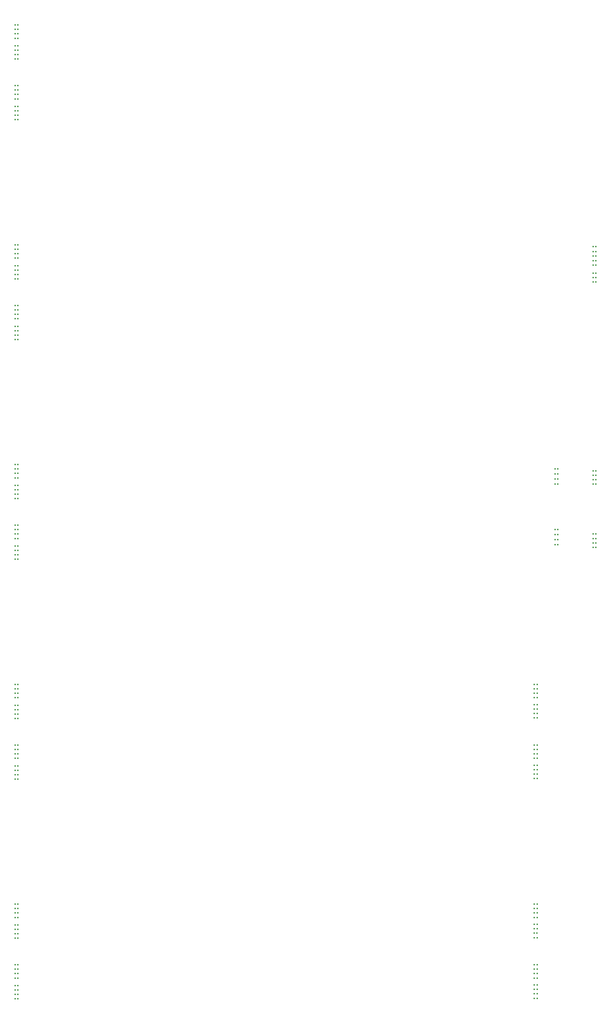
<source format=gbr>
%TF.GenerationSoftware,KiCad,Pcbnew,6.0.10-86aedd382b~118~ubuntu20.04.1*%
%TF.CreationDate,2022-12-19T16:27:45+01:00*%
%TF.ProjectId,px16_regfile,70783136-5f72-4656-9766-696c652e6b69,2*%
%TF.SameCoordinates,Original*%
%TF.FileFunction,Paste,Bot*%
%TF.FilePolarity,Positive*%
%FSLAX46Y46*%
G04 Gerber Fmt 4.6, Leading zero omitted, Abs format (unit mm)*
G04 Created by KiCad (PCBNEW 6.0.10-86aedd382b~118~ubuntu20.04.1) date 2022-12-19 16:27:45*
%MOMM*%
%LPD*%
G01*
G04 APERTURE LIST*
G04 Aperture macros list*
%AMRoundRect*
0 Rectangle with rounded corners*
0 $1 Rounding radius*
0 $2 $3 $4 $5 $6 $7 $8 $9 X,Y pos of 4 corners*
0 Add a 4 corners polygon primitive as box body*
4,1,4,$2,$3,$4,$5,$6,$7,$8,$9,$2,$3,0*
0 Add four circle primitives for the rounded corners*
1,1,$1+$1,$2,$3*
1,1,$1+$1,$4,$5*
1,1,$1+$1,$6,$7*
1,1,$1+$1,$8,$9*
0 Add four rect primitives between the rounded corners*
20,1,$1+$1,$2,$3,$4,$5,0*
20,1,$1+$1,$4,$5,$6,$7,0*
20,1,$1+$1,$6,$7,$8,$9,0*
20,1,$1+$1,$8,$9,$2,$3,0*%
G04 Aperture macros list end*
%ADD10RoundRect,0.079500X-0.079500X-0.100500X0.079500X-0.100500X0.079500X0.100500X-0.079500X0.100500X0*%
%ADD11RoundRect,0.079500X0.079500X0.100500X-0.079500X0.100500X-0.079500X-0.100500X0.079500X-0.100500X0*%
G04 APERTURE END LIST*
D10*
%TO.C,C60*%
X86386250Y-266700000D03*
X85696250Y-266700000D03*
%TD*%
%TO.C,C4*%
X85697500Y-85725000D03*
X86387500Y-85725000D03*
%TD*%
D11*
%TO.C,C113*%
X216880000Y-299243750D03*
X216190000Y-299243750D03*
%TD*%
%TO.C,C124*%
X216190000Y-321786250D03*
X216880000Y-321786250D03*
%TD*%
D10*
%TO.C,C52*%
X86386250Y-251460000D03*
X85696250Y-251460000D03*
%TD*%
%TO.C,C68*%
X85695000Y-306705000D03*
X86385000Y-306705000D03*
%TD*%
D11*
%TO.C,C134*%
X230953750Y-141763750D03*
X231643750Y-141763750D03*
%TD*%
D10*
%TO.C,C49*%
X86386250Y-245110000D03*
X85696250Y-245110000D03*
%TD*%
%TO.C,C72*%
X86385000Y-299243750D03*
X85695000Y-299243750D03*
%TD*%
D11*
%TO.C,C85*%
X221428750Y-189865000D03*
X222118750Y-189865000D03*
%TD*%
D10*
%TO.C,C8*%
X85697500Y-78263750D03*
X86387500Y-78263750D03*
%TD*%
%TO.C,C41*%
X85697500Y-205105000D03*
X86387500Y-205105000D03*
%TD*%
D11*
%TO.C,C110*%
X216190000Y-265430000D03*
X216880000Y-265430000D03*
%TD*%
%TO.C,C103*%
X216190000Y-247332500D03*
X216880000Y-247332500D03*
%TD*%
D10*
%TO.C,C7*%
X86387500Y-80486250D03*
X85697500Y-80486250D03*
%TD*%
%TO.C,C50*%
X85696250Y-247332500D03*
X86386250Y-247332500D03*
%TD*%
%TO.C,C57*%
X85696250Y-260350000D03*
X86386250Y-260350000D03*
%TD*%
D11*
%TO.C,C90*%
X231643750Y-207327500D03*
X230953750Y-207327500D03*
%TD*%
D10*
%TO.C,C80*%
X85695000Y-314483750D03*
X86385000Y-314483750D03*
%TD*%
%TO.C,C25*%
X85697500Y-149860000D03*
X86387500Y-149860000D03*
%TD*%
D11*
%TO.C,C121*%
X216880000Y-314483750D03*
X216190000Y-314483750D03*
%TD*%
%TO.C,C86*%
X222121250Y-191135000D03*
X221431250Y-191135000D03*
%TD*%
%TO.C,C132*%
X230953750Y-140652500D03*
X231643750Y-140652500D03*
%TD*%
%TO.C,C133*%
X230953750Y-142875000D03*
X231643750Y-142875000D03*
%TD*%
D10*
%TO.C,C29*%
X86387500Y-157321250D03*
X85697500Y-157321250D03*
%TD*%
%TO.C,C59*%
X86386250Y-264477500D03*
X85696250Y-264477500D03*
%TD*%
D11*
%TO.C,C119*%
X216880000Y-302577500D03*
X216190000Y-302577500D03*
%TD*%
D10*
%TO.C,C18*%
X85697500Y-136842500D03*
X86387500Y-136842500D03*
%TD*%
D11*
%TO.C,C101*%
X216880000Y-252412500D03*
X216190000Y-252412500D03*
%TD*%
D10*
%TO.C,C9*%
X86387500Y-94615000D03*
X85697500Y-94615000D03*
%TD*%
D11*
%TO.C,C100*%
X216190000Y-251301250D03*
X216880000Y-251301250D03*
%TD*%
D10*
%TO.C,C34*%
X86387500Y-192087500D03*
X85697500Y-192087500D03*
%TD*%
%TO.C,C31*%
X86387500Y-150971250D03*
X85697500Y-150971250D03*
%TD*%
D11*
%TO.C,C106*%
X216190000Y-261461250D03*
X216880000Y-261461250D03*
%TD*%
%TO.C,C81*%
X230953750Y-190341250D03*
X231643750Y-190341250D03*
%TD*%
%TO.C,C107*%
X216882500Y-264318750D03*
X216192500Y-264318750D03*
%TD*%
D10*
%TO.C,C30*%
X86387500Y-155098750D03*
X85697500Y-155098750D03*
%TD*%
%TO.C,C27*%
X85697500Y-153987500D03*
X86387500Y-153987500D03*
%TD*%
%TO.C,C67*%
X86385000Y-304482500D03*
X85695000Y-304482500D03*
%TD*%
%TO.C,C65*%
X85695000Y-300355000D03*
X86385000Y-300355000D03*
%TD*%
%TO.C,C15*%
X86387500Y-95726250D03*
X85697500Y-95726250D03*
%TD*%
%TO.C,C2*%
X85695000Y-81597500D03*
X86385000Y-81597500D03*
%TD*%
D11*
%TO.C,C108*%
X216880000Y-266541250D03*
X216190000Y-266541250D03*
%TD*%
D10*
%TO.C,C45*%
X86387500Y-212566250D03*
X85697500Y-212566250D03*
%TD*%
D11*
%TO.C,C120*%
X216880000Y-300355000D03*
X216190000Y-300355000D03*
%TD*%
%TO.C,C82*%
X230956250Y-191452500D03*
X231646250Y-191452500D03*
%TD*%
D10*
%TO.C,C95*%
X221428750Y-207645000D03*
X222118750Y-207645000D03*
%TD*%
%TO.C,C20*%
X85697500Y-140970000D03*
X86387500Y-140970000D03*
%TD*%
%TO.C,C76*%
X85695000Y-321945000D03*
X86385000Y-321945000D03*
%TD*%
%TO.C,C37*%
X85697500Y-197326250D03*
X86387500Y-197326250D03*
%TD*%
%TO.C,C36*%
X86387500Y-196215000D03*
X85697500Y-196215000D03*
%TD*%
%TO.C,C5*%
X86387500Y-86836250D03*
X85697500Y-86836250D03*
%TD*%
D11*
%TO.C,C129*%
X230953750Y-133985000D03*
X231643750Y-133985000D03*
%TD*%
D10*
%TO.C,C19*%
X86387500Y-138747500D03*
X85697500Y-138747500D03*
%TD*%
D11*
%TO.C,C136*%
X231643750Y-136366250D03*
X230953750Y-136366250D03*
%TD*%
%TO.C,C89*%
X231643750Y-206216250D03*
X230953750Y-206216250D03*
%TD*%
%TO.C,C126*%
X216190000Y-320675000D03*
X216880000Y-320675000D03*
%TD*%
%TO.C,C123*%
X216190000Y-319563750D03*
X216880000Y-319563750D03*
%TD*%
%TO.C,C118*%
X216880000Y-305435000D03*
X216190000Y-305435000D03*
%TD*%
%TO.C,C109*%
X216882500Y-267652500D03*
X216192500Y-267652500D03*
%TD*%
%TO.C,C84*%
X230953750Y-193675000D03*
X231643750Y-193675000D03*
%TD*%
%TO.C,C111*%
X216880000Y-262572500D03*
X216190000Y-262572500D03*
%TD*%
%TO.C,C99*%
X216190000Y-249078750D03*
X216880000Y-249078750D03*
%TD*%
%TO.C,C130*%
X231643750Y-135255000D03*
X230953750Y-135255000D03*
%TD*%
D10*
%TO.C,C54*%
X86386250Y-250348750D03*
X85696250Y-250348750D03*
%TD*%
%TO.C,C1*%
X85697500Y-79375000D03*
X86387500Y-79375000D03*
%TD*%
D11*
%TO.C,C91*%
X230953750Y-208438750D03*
X231643750Y-208438750D03*
%TD*%
D10*
%TO.C,C17*%
X85697500Y-134620000D03*
X86387500Y-134620000D03*
%TD*%
%TO.C,C48*%
X86387500Y-203993750D03*
X85697500Y-203993750D03*
%TD*%
D11*
%TO.C,C93*%
X221426250Y-205105000D03*
X222116250Y-205105000D03*
%TD*%
D10*
%TO.C,C73*%
X86385000Y-315595000D03*
X85695000Y-315595000D03*
%TD*%
%TO.C,C46*%
X86387500Y-210343750D03*
X85697500Y-210343750D03*
%TD*%
D11*
%TO.C,C112*%
X216190000Y-260350000D03*
X216880000Y-260350000D03*
%TD*%
D10*
%TO.C,C44*%
X86387500Y-211455000D03*
X85697500Y-211455000D03*
%TD*%
%TO.C,C39*%
X86387500Y-190976250D03*
X85697500Y-190976250D03*
%TD*%
D11*
%TO.C,C114*%
X216190000Y-301466250D03*
X216880000Y-301466250D03*
%TD*%
D10*
%TO.C,C33*%
X86387500Y-189865000D03*
X85697500Y-189865000D03*
%TD*%
D11*
%TO.C,C94*%
X222118750Y-206375000D03*
X221428750Y-206375000D03*
%TD*%
D10*
%TO.C,C56*%
X85696250Y-243998750D03*
X86386250Y-243998750D03*
%TD*%
D11*
%TO.C,C98*%
X216190000Y-246221250D03*
X216880000Y-246221250D03*
%TD*%
%TO.C,C117*%
X216190000Y-307657500D03*
X216880000Y-307657500D03*
%TD*%
%TO.C,C83*%
X231643750Y-192563750D03*
X230953750Y-192563750D03*
%TD*%
D10*
%TO.C,C78*%
X85695000Y-320833750D03*
X86385000Y-320833750D03*
%TD*%
D11*
%TO.C,C127*%
X216882500Y-317817500D03*
X216192500Y-317817500D03*
%TD*%
D10*
%TO.C,C14*%
X86387500Y-99853750D03*
X85697500Y-99853750D03*
%TD*%
D11*
%TO.C,C92*%
X231643750Y-209550000D03*
X230953750Y-209550000D03*
%TD*%
D10*
%TO.C,C32*%
X86387500Y-148748750D03*
X85697500Y-148748750D03*
%TD*%
%TO.C,C24*%
X86387500Y-133508750D03*
X85697500Y-133508750D03*
%TD*%
%TO.C,C10*%
X85697500Y-96837500D03*
X86387500Y-96837500D03*
%TD*%
%TO.C,C42*%
X86387500Y-207327500D03*
X85697500Y-207327500D03*
%TD*%
D11*
%TO.C,C104*%
X216880000Y-245110000D03*
X216190000Y-245110000D03*
%TD*%
D10*
%TO.C,C70*%
X86385000Y-305593750D03*
X85695000Y-305593750D03*
%TD*%
%TO.C,C22*%
X86387500Y-139858750D03*
X85697500Y-139858750D03*
%TD*%
D11*
%TO.C,C135*%
X230953750Y-138588750D03*
X231643750Y-138588750D03*
%TD*%
D10*
%TO.C,C28*%
X85697500Y-156210000D03*
X86387500Y-156210000D03*
%TD*%
D11*
%TO.C,C122*%
X216880000Y-316706250D03*
X216190000Y-316706250D03*
%TD*%
%TO.C,C125*%
X216880000Y-322897500D03*
X216190000Y-322897500D03*
%TD*%
D10*
%TO.C,C13*%
X85697500Y-102076250D03*
X86387500Y-102076250D03*
%TD*%
D11*
%TO.C,C96*%
X222118750Y-208915000D03*
X221428750Y-208915000D03*
%TD*%
D10*
%TO.C,C66*%
X86385000Y-302577500D03*
X85695000Y-302577500D03*
%TD*%
%TO.C,C38*%
X85697500Y-195103750D03*
X86387500Y-195103750D03*
%TD*%
%TO.C,C69*%
X86385000Y-307816250D03*
X85695000Y-307816250D03*
%TD*%
D11*
%TO.C,C128*%
X216880000Y-315595000D03*
X216190000Y-315595000D03*
%TD*%
D10*
%TO.C,C35*%
X86387500Y-193992500D03*
X85697500Y-193992500D03*
%TD*%
%TO.C,C12*%
X86387500Y-100965000D03*
X85697500Y-100965000D03*
%TD*%
D11*
%TO.C,C116*%
X216187500Y-306546250D03*
X216877500Y-306546250D03*
%TD*%
D10*
%TO.C,C87*%
X222121250Y-192405000D03*
X221431250Y-192405000D03*
%TD*%
%TO.C,C75*%
X85695000Y-319722500D03*
X86385000Y-319722500D03*
%TD*%
%TO.C,C71*%
X86385000Y-301466250D03*
X85695000Y-301466250D03*
%TD*%
%TO.C,C16*%
X85697500Y-93503750D03*
X86387500Y-93503750D03*
%TD*%
%TO.C,C43*%
X85697500Y-209232500D03*
X86387500Y-209232500D03*
%TD*%
D11*
%TO.C,C102*%
X216880000Y-250190000D03*
X216190000Y-250190000D03*
%TD*%
%TO.C,C115*%
X216880000Y-304323750D03*
X216190000Y-304323750D03*
%TD*%
D10*
%TO.C,C58*%
X86386250Y-262572500D03*
X85696250Y-262572500D03*
%TD*%
%TO.C,C6*%
X85697500Y-84613750D03*
X86387500Y-84613750D03*
%TD*%
D11*
%TO.C,C131*%
X231643750Y-137477500D03*
X230953750Y-137477500D03*
%TD*%
D10*
%TO.C,C11*%
X85697500Y-98742500D03*
X86387500Y-98742500D03*
%TD*%
%TO.C,C63*%
X85696250Y-261461250D03*
X86386250Y-261461250D03*
%TD*%
%TO.C,C40*%
X86387500Y-188753750D03*
X85697500Y-188753750D03*
%TD*%
%TO.C,C79*%
X86385000Y-316706250D03*
X85695000Y-316706250D03*
%TD*%
D11*
%TO.C,C88*%
X221426250Y-193675000D03*
X222116250Y-193675000D03*
%TD*%
D10*
%TO.C,C3*%
X85697500Y-83502500D03*
X86387500Y-83502500D03*
%TD*%
%TO.C,C51*%
X85696250Y-249237500D03*
X86386250Y-249237500D03*
%TD*%
%TO.C,C77*%
X85695000Y-323056250D03*
X86385000Y-323056250D03*
%TD*%
%TO.C,C74*%
X86385000Y-317817500D03*
X85695000Y-317817500D03*
%TD*%
%TO.C,C26*%
X85697500Y-152082500D03*
X86387500Y-152082500D03*
%TD*%
D11*
%TO.C,C105*%
X216882500Y-259238750D03*
X216192500Y-259238750D03*
%TD*%
D10*
%TO.C,C64*%
X86386250Y-259238750D03*
X85696250Y-259238750D03*
%TD*%
%TO.C,C23*%
X86387500Y-135731250D03*
X85697500Y-135731250D03*
%TD*%
%TO.C,C21*%
X85697500Y-142081250D03*
X86387500Y-142081250D03*
%TD*%
%TO.C,C53*%
X85696250Y-252571250D03*
X86386250Y-252571250D03*
%TD*%
%TO.C,C47*%
X86387500Y-206216250D03*
X85697500Y-206216250D03*
%TD*%
D11*
%TO.C,C97*%
X216190000Y-243998750D03*
X216880000Y-243998750D03*
%TD*%
D10*
%TO.C,C62*%
X85696250Y-265588750D03*
X86386250Y-265588750D03*
%TD*%
%TO.C,C61*%
X85696250Y-267811250D03*
X86386250Y-267811250D03*
%TD*%
%TO.C,C55*%
X86386250Y-246221250D03*
X85696250Y-246221250D03*
%TD*%
M02*

</source>
